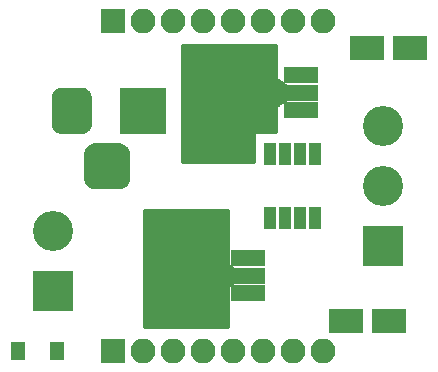
<source format=gbr>
G04 #@! TF.GenerationSoftware,KiCad,Pcbnew,(5.0.0-3-g5ebb6b6)*
G04 #@! TF.CreationDate,2018-12-29T11:49:17+00:00*
G04 #@! TF.ProjectId,BinaryBagelBoard,42696E617279426167656C426F617264,rev?*
G04 #@! TF.SameCoordinates,Original*
G04 #@! TF.FileFunction,Soldermask,Top*
G04 #@! TF.FilePolarity,Negative*
%FSLAX46Y46*%
G04 Gerber Fmt 4.6, Leading zero omitted, Abs format (unit mm)*
G04 Created by KiCad (PCBNEW (5.0.0-3-g5ebb6b6)) date Saturday, 29 December 2018 at 11:49:17*
%MOMM*%
%LPD*%
G01*
G04 APERTURE LIST*
%ADD10R,1.000000X1.950000*%
%ADD11R,3.000000X2.000000*%
%ADD12R,3.900000X3.900000*%
%ADD13C,0.100000*%
%ADD14C,3.400000*%
%ADD15C,3.900000*%
%ADD16R,2.900000X1.400000*%
%ADD17R,4.400000X2.400000*%
%ADD18C,1.150000*%
%ADD19R,2.100000X2.100000*%
%ADD20O,2.100000X2.100000*%
%ADD21R,3.400000X3.400000*%
%ADD22R,1.300000X1.600000*%
%ADD23C,0.254000*%
G04 APERTURE END LIST*
D10*
G04 #@! TO.C,U_INV1*
X117475000Y-64930000D03*
X118745000Y-64930000D03*
X120015000Y-64930000D03*
X121285000Y-64930000D03*
X121285000Y-59530000D03*
X120015000Y-59530000D03*
X118745000Y-59530000D03*
X117475000Y-59530000D03*
G04 #@! TD*
D11*
G04 #@! TO.C,C_INV1*
X123930000Y-73660000D03*
X127530000Y-73660000D03*
G04 #@! TD*
G04 #@! TO.C,C_INV2*
X125708000Y-50546000D03*
X129308000Y-50546000D03*
G04 #@! TD*
D12*
G04 #@! TO.C,J_IN1*
X106680000Y-55880000D03*
D13*
G36*
X101613315Y-53934093D02*
X101695827Y-53946333D01*
X101776742Y-53966601D01*
X101855281Y-53994702D01*
X101930687Y-54030367D01*
X102002235Y-54073251D01*
X102069234Y-54122941D01*
X102131041Y-54178959D01*
X102187059Y-54240766D01*
X102236749Y-54307765D01*
X102279633Y-54379313D01*
X102315298Y-54454719D01*
X102343399Y-54533258D01*
X102363667Y-54614173D01*
X102375907Y-54696685D01*
X102380000Y-54780000D01*
X102380000Y-56980000D01*
X102375907Y-57063315D01*
X102363667Y-57145827D01*
X102343399Y-57226742D01*
X102315298Y-57305281D01*
X102279633Y-57380687D01*
X102236749Y-57452235D01*
X102187059Y-57519234D01*
X102131041Y-57581041D01*
X102069234Y-57637059D01*
X102002235Y-57686749D01*
X101930687Y-57729633D01*
X101855281Y-57765298D01*
X101776742Y-57793399D01*
X101695827Y-57813667D01*
X101613315Y-57825907D01*
X101530000Y-57830000D01*
X99830000Y-57830000D01*
X99746685Y-57825907D01*
X99664173Y-57813667D01*
X99583258Y-57793399D01*
X99504719Y-57765298D01*
X99429313Y-57729633D01*
X99357765Y-57686749D01*
X99290766Y-57637059D01*
X99228959Y-57581041D01*
X99172941Y-57519234D01*
X99123251Y-57452235D01*
X99080367Y-57380687D01*
X99044702Y-57305281D01*
X99016601Y-57226742D01*
X98996333Y-57145827D01*
X98984093Y-57063315D01*
X98980000Y-56980000D01*
X98980000Y-54780000D01*
X98984093Y-54696685D01*
X98996333Y-54614173D01*
X99016601Y-54533258D01*
X99044702Y-54454719D01*
X99080367Y-54379313D01*
X99123251Y-54307765D01*
X99172941Y-54240766D01*
X99228959Y-54178959D01*
X99290766Y-54122941D01*
X99357765Y-54073251D01*
X99429313Y-54030367D01*
X99504719Y-53994702D01*
X99583258Y-53966601D01*
X99664173Y-53946333D01*
X99746685Y-53934093D01*
X99830000Y-53930000D01*
X101530000Y-53930000D01*
X101613315Y-53934093D01*
X101613315Y-53934093D01*
G37*
D14*
X100680000Y-55880000D03*
D13*
G36*
X104750567Y-58634695D02*
X104845213Y-58648734D01*
X104938028Y-58671983D01*
X105028116Y-58704217D01*
X105114612Y-58745127D01*
X105196681Y-58794317D01*
X105273533Y-58851315D01*
X105344429Y-58915571D01*
X105408685Y-58986467D01*
X105465683Y-59063319D01*
X105514873Y-59145388D01*
X105555783Y-59231884D01*
X105588017Y-59321972D01*
X105611266Y-59414787D01*
X105625305Y-59509433D01*
X105630000Y-59605000D01*
X105630000Y-61555000D01*
X105625305Y-61650567D01*
X105611266Y-61745213D01*
X105588017Y-61838028D01*
X105555783Y-61928116D01*
X105514873Y-62014612D01*
X105465683Y-62096681D01*
X105408685Y-62173533D01*
X105344429Y-62244429D01*
X105273533Y-62308685D01*
X105196681Y-62365683D01*
X105114612Y-62414873D01*
X105028116Y-62455783D01*
X104938028Y-62488017D01*
X104845213Y-62511266D01*
X104750567Y-62525305D01*
X104655000Y-62530000D01*
X102705000Y-62530000D01*
X102609433Y-62525305D01*
X102514787Y-62511266D01*
X102421972Y-62488017D01*
X102331884Y-62455783D01*
X102245388Y-62414873D01*
X102163319Y-62365683D01*
X102086467Y-62308685D01*
X102015571Y-62244429D01*
X101951315Y-62173533D01*
X101894317Y-62096681D01*
X101845127Y-62014612D01*
X101804217Y-61928116D01*
X101771983Y-61838028D01*
X101748734Y-61745213D01*
X101734695Y-61650567D01*
X101730000Y-61555000D01*
X101730000Y-59605000D01*
X101734695Y-59509433D01*
X101748734Y-59414787D01*
X101771983Y-59321972D01*
X101804217Y-59231884D01*
X101845127Y-59145388D01*
X101894317Y-59063319D01*
X101951315Y-58986467D01*
X102015571Y-58915571D01*
X102086467Y-58851315D01*
X102163319Y-58794317D01*
X102245388Y-58745127D01*
X102331884Y-58704217D01*
X102421972Y-58671983D01*
X102514787Y-58648734D01*
X102609433Y-58634695D01*
X102705000Y-58630000D01*
X104655000Y-58630000D01*
X104750567Y-58634695D01*
X104750567Y-58634695D01*
G37*
D15*
X103680000Y-60580000D03*
G04 #@! TD*
D16*
G04 #@! TO.C,U_NR1*
X120090000Y-55856000D03*
X120090000Y-54356000D03*
X120090000Y-52856000D03*
D17*
X116130000Y-54356000D03*
D18*
X118480000Y-54356000D03*
D13*
G36*
X117905000Y-52982297D02*
X119055000Y-53748963D01*
X119055000Y-54963037D01*
X117905000Y-55729703D01*
X117905000Y-52982297D01*
X117905000Y-52982297D01*
G37*
G04 #@! TD*
D18*
G04 #@! TO.C,U_PR1*
X114035000Y-69850000D03*
D13*
G36*
X113460000Y-68476297D02*
X114610000Y-69242963D01*
X114610000Y-70457037D01*
X113460000Y-71223703D01*
X113460000Y-68476297D01*
X113460000Y-68476297D01*
G37*
D17*
X111685000Y-69850000D03*
D16*
X115645000Y-68350000D03*
X115645000Y-69850000D03*
X115645000Y-71350000D03*
G04 #@! TD*
D19*
G04 #@! TO.C,J_MNT1*
X104140000Y-48260000D03*
D20*
X106680000Y-48260000D03*
X109220000Y-48260000D03*
X111760000Y-48260000D03*
X114300000Y-48260000D03*
X116840000Y-48260000D03*
X119380000Y-48260000D03*
X121920000Y-48260000D03*
G04 #@! TD*
G04 #@! TO.C,J_MNT2*
X121920000Y-76200000D03*
X119380000Y-76200000D03*
X116840000Y-76200000D03*
X114300000Y-76200000D03*
X111760000Y-76200000D03*
X109220000Y-76200000D03*
X106680000Y-76200000D03*
D19*
X104140000Y-76200000D03*
G04 #@! TD*
D21*
G04 #@! TO.C,J_IN2*
X99060000Y-71120000D03*
D14*
X99060000Y-66040000D03*
G04 #@! TD*
D21*
G04 #@! TO.C,J_OUT1*
X127000000Y-67310000D03*
D14*
X127000000Y-62230000D03*
X127000000Y-57150000D03*
G04 #@! TD*
D22*
G04 #@! TO.C,DP1*
X99440000Y-76200000D03*
X96140000Y-76200000D03*
G04 #@! TD*
D23*
G36*
X113919000Y-74168000D02*
X106807000Y-74168000D01*
X106807000Y-64262000D01*
X113919000Y-64262000D01*
X113919000Y-74168000D01*
X113919000Y-74168000D01*
G37*
X113919000Y-74168000D02*
X106807000Y-74168000D01*
X106807000Y-64262000D01*
X113919000Y-64262000D01*
X113919000Y-74168000D01*
G36*
X117983000Y-57658000D02*
X116205000Y-57658000D01*
X116156399Y-57667667D01*
X116115197Y-57695197D01*
X116087667Y-57736399D01*
X116078000Y-57785000D01*
X116078000Y-60198000D01*
X109982000Y-60198000D01*
X109982000Y-50292000D01*
X117983000Y-50292000D01*
X117983000Y-57658000D01*
X117983000Y-57658000D01*
G37*
X117983000Y-57658000D02*
X116205000Y-57658000D01*
X116156399Y-57667667D01*
X116115197Y-57695197D01*
X116087667Y-57736399D01*
X116078000Y-57785000D01*
X116078000Y-60198000D01*
X109982000Y-60198000D01*
X109982000Y-50292000D01*
X117983000Y-50292000D01*
X117983000Y-57658000D01*
M02*

</source>
